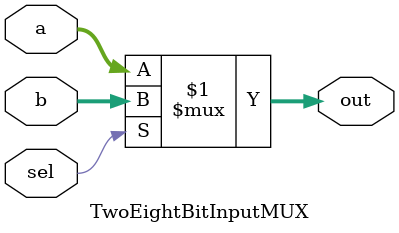
<source format=v>
module TwoEightBitInputMUX (a, b, sel, out);

  input[7:0] a, b;
  input sel;
  output[7:0] out;

  assign out = sel ? b : a;

endmodule // TwoEightBitInputMUX

</source>
